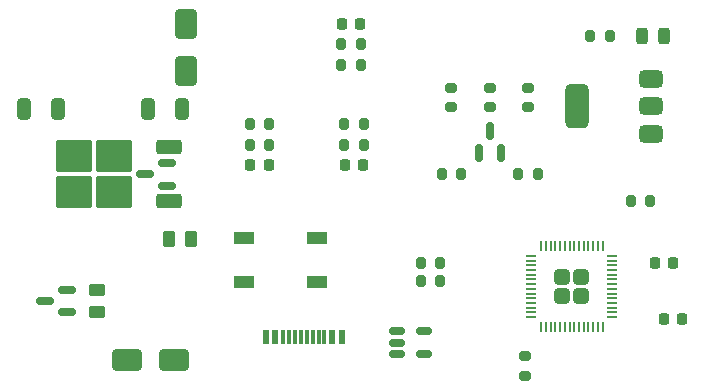
<source format=gbr>
%TF.GenerationSoftware,KiCad,Pcbnew,7.0.10-7.0.10~ubuntu22.04.1*%
%TF.CreationDate,2024-06-22T11:50:55+05:30*%
%TF.ProjectId,Light-CC,4c696768-742d-4434-932e-6b696361645f,rev?*%
%TF.SameCoordinates,PX4c4b400PY7270e00*%
%TF.FileFunction,Paste,Top*%
%TF.FilePolarity,Positive*%
%FSLAX46Y46*%
G04 Gerber Fmt 4.6, Leading zero omitted, Abs format (unit mm)*
G04 Created by KiCad (PCBNEW 7.0.10-7.0.10~ubuntu22.04.1) date 2024-06-22 11:50:55*
%MOMM*%
%LPD*%
G01*
G04 APERTURE LIST*
G04 Aperture macros list*
%AMRoundRect*
0 Rectangle with rounded corners*
0 $1 Rounding radius*
0 $2 $3 $4 $5 $6 $7 $8 $9 X,Y pos of 4 corners*
0 Add a 4 corners polygon primitive as box body*
4,1,4,$2,$3,$4,$5,$6,$7,$8,$9,$2,$3,0*
0 Add four circle primitives for the rounded corners*
1,1,$1+$1,$2,$3*
1,1,$1+$1,$4,$5*
1,1,$1+$1,$6,$7*
1,1,$1+$1,$8,$9*
0 Add four rect primitives between the rounded corners*
20,1,$1+$1,$2,$3,$4,$5,0*
20,1,$1+$1,$4,$5,$6,$7,0*
20,1,$1+$1,$6,$7,$8,$9,0*
20,1,$1+$1,$8,$9,$2,$3,0*%
G04 Aperture macros list end*
%ADD10RoundRect,0.250000X-0.262500X-0.450000X0.262500X-0.450000X0.262500X0.450000X-0.262500X0.450000X0*%
%ADD11RoundRect,0.150000X0.587500X0.150000X-0.587500X0.150000X-0.587500X-0.150000X0.587500X-0.150000X0*%
%ADD12RoundRect,0.250000X1.000000X0.650000X-1.000000X0.650000X-1.000000X-0.650000X1.000000X-0.650000X0*%
%ADD13RoundRect,0.200000X0.200000X0.275000X-0.200000X0.275000X-0.200000X-0.275000X0.200000X-0.275000X0*%
%ADD14RoundRect,0.200000X-0.200000X-0.275000X0.200000X-0.275000X0.200000X0.275000X-0.200000X0.275000X0*%
%ADD15RoundRect,0.225000X0.225000X0.250000X-0.225000X0.250000X-0.225000X-0.250000X0.225000X-0.250000X0*%
%ADD16RoundRect,0.375000X0.625000X0.375000X-0.625000X0.375000X-0.625000X-0.375000X0.625000X-0.375000X0*%
%ADD17RoundRect,0.500000X0.500000X1.400000X-0.500000X1.400000X-0.500000X-1.400000X0.500000X-1.400000X0*%
%ADD18RoundRect,0.250000X0.850000X0.350000X-0.850000X0.350000X-0.850000X-0.350000X0.850000X-0.350000X0*%
%ADD19RoundRect,0.250000X1.275000X1.125000X-1.275000X1.125000X-1.275000X-1.125000X1.275000X-1.125000X0*%
%ADD20RoundRect,0.225000X-0.225000X-0.250000X0.225000X-0.250000X0.225000X0.250000X-0.225000X0.250000X0*%
%ADD21R,0.600000X1.160000*%
%ADD22R,0.300000X1.160000*%
%ADD23RoundRect,0.249999X0.395001X-0.395001X0.395001X0.395001X-0.395001X0.395001X-0.395001X-0.395001X0*%
%ADD24RoundRect,0.050000X0.050000X-0.387500X0.050000X0.387500X-0.050000X0.387500X-0.050000X-0.387500X0*%
%ADD25RoundRect,0.050000X0.387500X-0.050000X0.387500X0.050000X-0.387500X0.050000X-0.387500X-0.050000X0*%
%ADD26RoundRect,0.200000X-0.275000X0.200000X-0.275000X-0.200000X0.275000X-0.200000X0.275000X0.200000X0*%
%ADD27RoundRect,0.150000X-0.512500X-0.150000X0.512500X-0.150000X0.512500X0.150000X-0.512500X0.150000X0*%
%ADD28RoundRect,0.250000X0.325000X0.650000X-0.325000X0.650000X-0.325000X-0.650000X0.325000X-0.650000X0*%
%ADD29RoundRect,0.243750X0.243750X0.456250X-0.243750X0.456250X-0.243750X-0.456250X0.243750X-0.456250X0*%
%ADD30RoundRect,0.250000X-0.325000X-0.650000X0.325000X-0.650000X0.325000X0.650000X-0.325000X0.650000X0*%
%ADD31RoundRect,0.150000X0.150000X-0.587500X0.150000X0.587500X-0.150000X0.587500X-0.150000X-0.587500X0*%
%ADD32RoundRect,0.250000X0.450000X-0.262500X0.450000X0.262500X-0.450000X0.262500X-0.450000X-0.262500X0*%
%ADD33R,1.800000X1.100000*%
%ADD34RoundRect,0.250000X-0.650000X1.000000X-0.650000X-1.000000X0.650000X-1.000000X0.650000X1.000000X0*%
G04 APERTURE END LIST*
D10*
%TO.C,R2*%
X19337500Y13750000D03*
X21162500Y13750000D03*
%TD*%
D11*
%TO.C,Q3*%
X19187500Y18300000D03*
X19187500Y20200000D03*
X17312500Y19250000D03*
%TD*%
D12*
%TO.C,D1*%
X19750000Y3500000D03*
X15750000Y3500000D03*
%TD*%
D13*
%TO.C,R21*%
X27825000Y21750000D03*
X26175000Y21750000D03*
%TD*%
D14*
%TO.C,R19*%
X34175000Y21750000D03*
X35825000Y21750000D03*
%TD*%
%TO.C,R22*%
X55000000Y31000000D03*
X56650000Y31000000D03*
%TD*%
D15*
%TO.C,C12*%
X62025000Y11775000D03*
X60475000Y11775000D03*
%TD*%
D11*
%TO.C,Q1*%
X10687500Y7550000D03*
X10687500Y9450000D03*
X8812500Y8500000D03*
%TD*%
D14*
%TO.C,R5*%
X58425000Y17000000D03*
X60075000Y17000000D03*
%TD*%
D16*
%TO.C,U1*%
X60150000Y22700000D03*
X60150000Y25000000D03*
D17*
X53850000Y25000000D03*
D16*
X60150000Y27300000D03*
%TD*%
D14*
%TO.C,R15*%
X33925000Y30250000D03*
X35575000Y30250000D03*
%TD*%
%TO.C,R9*%
X40675000Y11750000D03*
X42325000Y11750000D03*
%TD*%
D18*
%TO.C,Q2*%
X19300000Y16970000D03*
D19*
X14675000Y17725000D03*
X14675000Y20775000D03*
X11325000Y17725000D03*
X11325000Y20775000D03*
D18*
X19300000Y21530000D03*
%TD*%
D13*
%TO.C,R16*%
X35825000Y23500000D03*
X34175000Y23500000D03*
%TD*%
D20*
%TO.C,C23*%
X33975000Y32000000D03*
X35525000Y32000000D03*
%TD*%
D15*
%TO.C,C11*%
X62775000Y7000000D03*
X61225000Y7000000D03*
%TD*%
D21*
%TO.C,J5*%
X27550000Y5510000D03*
X28350000Y5510000D03*
D22*
X29500000Y5510000D03*
X30500000Y5510000D03*
X31000000Y5510000D03*
X32000000Y5510000D03*
D21*
X33150000Y5510000D03*
X33950000Y5510000D03*
X33950000Y5510000D03*
X33150000Y5510000D03*
D22*
X32500000Y5510000D03*
X31500000Y5510000D03*
X30000000Y5510000D03*
X29000000Y5510000D03*
D21*
X28350000Y5510000D03*
X27550000Y5510000D03*
%TD*%
D14*
%TO.C,R8*%
X40675000Y10250000D03*
X42325000Y10250000D03*
%TD*%
D23*
%TO.C,U3*%
X52650000Y8950000D03*
X54250000Y8950000D03*
X52650000Y10550000D03*
X54250000Y10550000D03*
D24*
X50850000Y6312500D03*
X51250000Y6312500D03*
X51650000Y6312500D03*
X52050000Y6312500D03*
X52450000Y6312500D03*
X52850000Y6312500D03*
X53250000Y6312500D03*
X53650000Y6312500D03*
X54050000Y6312500D03*
X54450000Y6312500D03*
X54850000Y6312500D03*
X55250000Y6312500D03*
X55650000Y6312500D03*
X56050000Y6312500D03*
D25*
X56887500Y7150000D03*
X56887500Y7550000D03*
X56887500Y7950000D03*
X56887500Y8350000D03*
X56887500Y8750000D03*
X56887500Y9150000D03*
X56887500Y9550000D03*
X56887500Y9950000D03*
X56887500Y10350000D03*
X56887500Y10750000D03*
X56887500Y11150000D03*
X56887500Y11550000D03*
X56887500Y11950000D03*
X56887500Y12350000D03*
D24*
X56050000Y13187500D03*
X55650000Y13187500D03*
X55250000Y13187500D03*
X54850000Y13187500D03*
X54450000Y13187500D03*
X54050000Y13187500D03*
X53650000Y13187500D03*
X53250000Y13187500D03*
X52850000Y13187500D03*
X52450000Y13187500D03*
X52050000Y13187500D03*
X51650000Y13187500D03*
X51250000Y13187500D03*
X50850000Y13187500D03*
D25*
X50012500Y12350000D03*
X50012500Y11950000D03*
X50012500Y11550000D03*
X50012500Y11150000D03*
X50012500Y10750000D03*
X50012500Y10350000D03*
X50012500Y9950000D03*
X50012500Y9550000D03*
X50012500Y9150000D03*
X50012500Y8750000D03*
X50012500Y8350000D03*
X50012500Y7950000D03*
X50012500Y7550000D03*
X50012500Y7150000D03*
%TD*%
D26*
%TO.C,R13*%
X46500000Y26575000D03*
X46500000Y24925000D03*
%TD*%
D14*
%TO.C,R10*%
X48925000Y19250000D03*
X50575000Y19250000D03*
%TD*%
D26*
%TO.C,R20*%
X43250000Y26575000D03*
X43250000Y24925000D03*
%TD*%
%TO.C,R12*%
X49750000Y26575000D03*
X49750000Y24925000D03*
%TD*%
D27*
%TO.C,U4*%
X38612500Y5950000D03*
X38612500Y5000000D03*
X38612500Y4050000D03*
X40887500Y4050000D03*
X40887500Y5950000D03*
%TD*%
D28*
%TO.C,C6*%
X9975000Y24750000D03*
X7025000Y24750000D03*
%TD*%
D29*
%TO.C,D4*%
X61250000Y31000000D03*
X59375000Y31000000D03*
%TD*%
D30*
%TO.C,C5*%
X17525000Y24750000D03*
X20475000Y24750000D03*
%TD*%
D14*
%TO.C,R18*%
X26175000Y23500000D03*
X27825000Y23500000D03*
%TD*%
%TO.C,R17*%
X42425000Y19250000D03*
X44075000Y19250000D03*
%TD*%
D31*
%TO.C,Q5*%
X45550000Y21062500D03*
X47450000Y21062500D03*
X46500000Y22937500D03*
%TD*%
D26*
%TO.C,R3*%
X49500000Y3825000D03*
X49500000Y2175000D03*
%TD*%
D32*
%TO.C,R1*%
X13250000Y7587500D03*
X13250000Y9412500D03*
%TD*%
D15*
%TO.C,C25*%
X27775000Y20000000D03*
X26225000Y20000000D03*
%TD*%
D14*
%TO.C,R14*%
X33925000Y28500000D03*
X35575000Y28500000D03*
%TD*%
D20*
%TO.C,C24*%
X34225000Y20000000D03*
X35775000Y20000000D03*
%TD*%
D33*
%TO.C,RST1*%
X25650000Y13850000D03*
X31850000Y13850000D03*
X25650000Y10150000D03*
X31850000Y10150000D03*
%TD*%
D34*
%TO.C,D2*%
X20750000Y32000000D03*
X20750000Y28000000D03*
%TD*%
M02*

</source>
